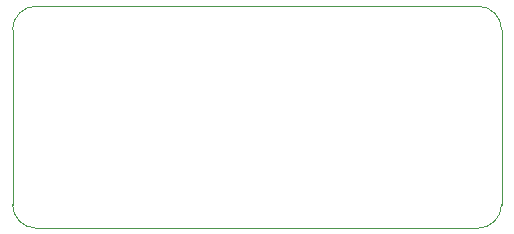
<source format=gbr>
%TF.GenerationSoftware,KiCad,Pcbnew,8.0.7*%
%TF.CreationDate,2025-01-02T14:00:47+01:00*%
%TF.ProjectId,av-to-minitel,61762d74-6f2d-46d6-996e-6974656c2e6b,v0.1*%
%TF.SameCoordinates,Original*%
%TF.FileFunction,Profile,NP*%
%FSLAX46Y46*%
G04 Gerber Fmt 4.6, Leading zero omitted, Abs format (unit mm)*
G04 Created by KiCad (PCBNEW 8.0.7) date 2025-01-02 14:00:47*
%MOMM*%
%LPD*%
G01*
G04 APERTURE LIST*
%TA.AperFunction,Profile*%
%ADD10C,0.050000*%
%TD*%
G04 APERTURE END LIST*
D10*
X96000000Y-74400000D02*
X133400000Y-74400000D01*
X94000000Y-91200000D02*
X94000000Y-76400000D01*
X94000000Y-76400000D02*
G75*
G02*
X96000000Y-74400000I2000000J0D01*
G01*
X133400000Y-74400000D02*
G75*
G02*
X135400000Y-76400000I0J-2000000D01*
G01*
X96000000Y-93200000D02*
G75*
G02*
X94000000Y-91200000I0J2000000D01*
G01*
X135400000Y-76400000D02*
X135400000Y-91200000D01*
X135400000Y-91200000D02*
G75*
G02*
X133400000Y-93200000I-2000000J0D01*
G01*
X133400000Y-93200000D02*
X96000000Y-93200000D01*
M02*

</source>
